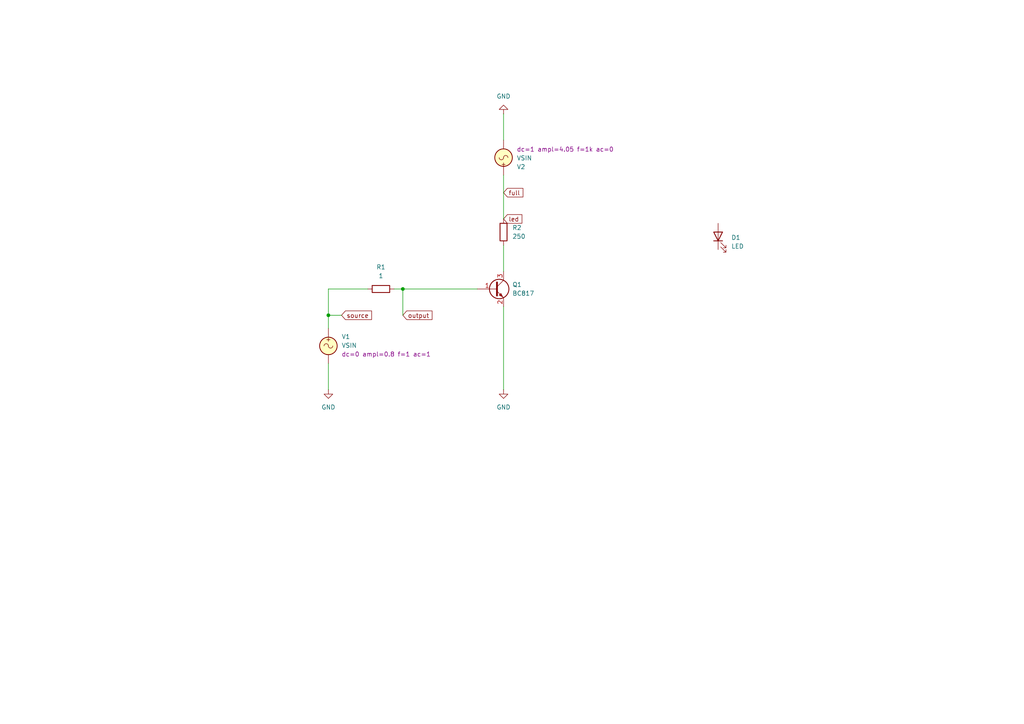
<source format=kicad_sch>
(kicad_sch (version 20231120) (generator "eeschema") (generator_version "8.0")
  (paper "A4")
  (lib_symbols
    (symbol "Device:LED" (pin_numbers hide) (pin_names (offset 1.016) hide)
      (property "Reference" "D" (at 0 2.54 0))
      (property "Value" "LED" (at 0 -2.54 0))
      (symbol "LED_0_1"
        (polyline (pts (xy -1.27 -1.27) (xy -1.27 1.27)) (stroke (width 0.254)))
        (polyline (pts (xy -1.27 0) (xy 1.27 0)))
        (polyline (pts (xy 1.27 -1.27) (xy 1.27 1.27) (xy -1.27 0) (xy 1.27 -1.27)) (stroke (width 0.254)))
        (polyline (pts (xy -3.048 -0.762) (xy -4.572 -2.286) (xy -3.81 -2.286) (xy -4.572 -2.286) (xy -4.572 -1.524)))
        (polyline (pts (xy -1.778 -0.762) (xy -3.302 -2.286) (xy -2.54 -2.286) (xy -3.302 -2.286) (xy -3.302 -1.524)))
      )
      (symbol "LED_1_1"
        (pin passive line (at -3.81 0 0) (length 2.54) (name "K") (number "1"))
        (pin passive line (at 3.81 0 180) (length 2.54) (name "A") (number "2"))
      )
    )
    (symbol "Device:R" (pin_numbers hide) (pin_names (offset 0))
      (property "Reference" "R" (at 2.032 0 90))
      (property "Value" "R" (at 0 0 90))
      (symbol "R_0_1"
        (rectangle (start -1.016 -2.54) (end 1.016 2.54) (stroke (width 0.254)))
      )
      (symbol "R_1_1"
        (pin passive line (at 0 3.81 270) (length 1.27) (name "~") (number "1"))
        (pin passive line (at 0 -3.81 90) (length 1.27) (name "~") (number "2"))
      )
    )
    (symbol "Simulation_SPICE:VSIN" (pin_numbers hide) (pin_names (offset 0.0254))
      (property "Reference" "V" (at 2.54 2.54 0))
      (property "Value" "VSIN" (at 2.54 0 0))
      (property "Sim.Params" "dc=0 ampl=1 f=1k ac=1" (at 2.54 -2.54 0))
      (symbol "VSIN_0_0"
        (arc (start 0 0) (mid -0.635 0.6323) (end -1.27 0))
        (arc (start 0 0) (mid 0.635 -0.6323) (end 1.27 0))
        (text "+" (at 0 1.905 0) (effects (font (size 1.27 1.27))))
      )
      (symbol "VSIN_0_1"
        (circle (center 0 0) (radius 2.54) (stroke (width 0.254)) (fill (type background)))
      )
      (symbol "VSIN_1_1"
        (pin passive line (at 0 5.08 270) (length 2.54) (name "~") (number "1"))
        (pin passive line (at 0 -5.08 90) (length 2.54) (name "~") (number "2"))
      )
    )
    (symbol "Transistor_BJT:BC817" (pin_names (offset 0) hide)
      (property "Reference" "Q" (at 5.08 1.905 0))
      (property "Value" "BC817" (at 5.08 0 0))
      (symbol "BC817_0_1"
        (polyline (pts (xy 0.635 0.635) (xy 2.54 2.54)))
        (polyline (pts (xy 0.635 -0.635) (xy 2.54 -2.54) (xy 2.54 -2.54)))
        (polyline (pts (xy 0.635 1.905) (xy 0.635 -1.905) (xy 0.635 -1.905)) (stroke (width 0.508)))
        (polyline (pts (xy 1.27 -1.778) (xy 1.778 -1.27) (xy 2.286 -2.286) (xy 1.27 -1.778) (xy 1.27 -1.778)) (fill (type outline)))
        (circle (center 1.27 0) (radius 2.8194) (stroke (width 0.254)))
      )
      (symbol "BC817_1_1"
        (pin input line (at -5.08 0 0) (length 5.715) (name "B") (number "1"))
        (pin passive line (at 2.54 -5.08 90) (length 2.54) (name "E") (number "2"))
        (pin passive line (at 2.54 5.08 270) (length 2.54) (name "C") (number "3"))
      )
    )
    (symbol "power:GND" (power) (pin_numbers hide) (pin_names (offset 0) hide)
      (property "Value" "GND" (at 0 -3.81 0))
      (symbol "GND_0_1"
        (polyline (pts (xy 0 0) (xy 0 -1.27) (xy 1.27 -1.27) (xy 0 -2.54) (xy -1.27 -1.27) (xy 0 -1.27)))
      )
      (symbol "GND_1_1"
        (pin power_in line (at 0 0 270) (length 0) (name "~") (number "1"))
      )
    )
  )
  (junction (at 95.25 91.44))
  (junction (at 116.84 83.82))
  (wire (pts (xy 99.06 91.44) (xy 95.25 91.44)))
  (wire (pts (xy 116.84 83.82) (xy 116.84 91.44)))
  (wire (pts (xy 146.05 33.02) (xy 146.05 40.64)))
  (wire (pts (xy 95.25 83.82) (xy 95.25 91.44)))
  (wire (pts (xy 95.25 105.41) (xy 95.25 113.03)))
  (wire (pts (xy 138.43 83.82) (xy 116.84 83.82)))
  (wire (pts (xy 146.05 50.8) (xy 146.05 63.5)))
  (wire (pts (xy 95.25 91.44) (xy 95.25 95.25)))
  (wire (pts (xy 114.3 83.82) (xy 116.84 83.82)))
  (wire (pts (xy 146.05 71.12) (xy 146.05 78.74)))
  (wire (pts (xy 146.05 88.9) (xy 146.05 113.03)))
  (wire (pts (xy 106.68 83.82) (xy 95.25 83.82)))
  (global_label "output" (shape input) (at 116.84 91.44 0) (property "Intersheetrefs" "${INTERSHEET_REFS}" (effects (hide yes))))
  (global_label "source" (shape input) (at 99.06 91.44 0) (property "Intersheetrefs" "${INTERSHEET_REFS}" (effects (hide yes))))
  (global_label "full" (shape input) (at 146.05 55.88 0) (property "Intersheetrefs" "${INTERSHEET_REFS}" (effects (hide yes))))
  (global_label "led" (shape input) (at 146.05 63.5 0) (property "Intersheetrefs" "${INTERSHEET_REFS}" (effects (hide yes))))
  (symbol (lib_id "Device:R") (at 110.49 83.82 270) (unit 1)
    (property "Reference" "R1" (at 110.49 77.47 90))
    (property "Value" "1" (at 110.49 80.01 90))
    (property "Description" "Resistor" (effects (hide yes)))
  )
  (symbol (lib_id "Device:LED") (at 208.28 68.58 90) (unit 1)
    (property "Reference" "D1" (at 212.09 68.8974 90) (effects (justify right)))
    (property "Value" "LED" (at 212.09 71.4374 90) (effects (justify right)))
    (property "Description" "Light emitting diode" (effects (hide yes)))
    (property "Sim.Library" "SLX-LX5093UWC.kicad_mod" (effects (hide yes)))
    (property "Sim.Name" "SLX-LX5093UWC" (effects (hide yes)))
    (property "Sim.Device" "D" (effects (hide yes)))
    (property "Sim.Pins" "1=A 2=K" (effects (hide yes)))
  )
  (symbol (lib_id "Device:R") (at 146.05 67.31 0) (unit 1)
    (property "Reference" "R2" (at 148.59 66.0399 0) (effects (justify left)))
    (property "Value" "250" (at 148.59 68.5799 0) (effects (justify left)))
    (property "Description" "Resistor" (effects (hide yes)))
  )
  (symbol (lib_id "power:GND") (at 95.25 113.03 0) (unit 1)
    (property "Reference" "#PWR01" (effects (hide yes)))
    (property "Value" "GND" (at 95.25 118.11 0))
    (property "Description" "Power symbol creates a global label with name \"GND\" , ground" (effects (hide yes)))
  )
  (symbol (lib_id "power:GND") (at 146.05 113.03 0) (unit 1)
    (property "Reference" "#PWR04" (effects (hide yes)))
    (property "Value" "GND" (at 146.05 118.11 0))
    (property "Description" "Power symbol creates a global label with name \"GND\" , ground" (effects (hide yes)))
  )
  (symbol (lib_id "Simulation_SPICE:VSIN") (at 146.05 45.72 0) (mirror x) (unit 1)
    (property "Reference" "V2" (at 149.86 48.3899 0) (effects (justify left)))
    (property "Value" "VSIN" (at 149.86 45.8499 0) (effects (justify left)))
    (property "Datasheet" "https://ngspice.sourceforge.io/docs/ngspice-html-manual/manual.xhtml#sec_Independent_Sources_for" (effects (hide yes)))
    (property "Description" "Voltage source, sinusoidal" (effects (hide yes)))
    (property "Sim.Pins" "1=+ 2=-" (effects (hide yes)))
    (property "Sim.Params" "dc=1 ampl=4.05 f=1k ac=0" (at 149.86 43.3099 0) (effects (justify left)))
    (property "Sim.Type" "SIN" (effects (hide yes)))
    (property "Sim.Device" "V" (effects (hide yes)))
  )
  (symbol (lib_id "Simulation_SPICE:VSIN") (at 95.25 100.33 0) (unit 1)
    (property "Reference" "V1" (at 99.06 97.6601 0) (effects (justify left)))
    (property "Value" "VSIN" (at 99.06 100.2001 0) (effects (justify left)))
    (property "Datasheet" "https://ngspice.sourceforge.io/docs/ngspice-html-manual/manual.xhtml#sec_Independent_Sources_for" (effects (hide yes)))
    (property "Description" "Voltage source, sinusoidal" (effects (hide yes)))
    (property "Sim.Pins" "1=+ 2=-" (effects (hide yes)))
    (property "Sim.Params" "dc=0 ampl=0.8 f=1 ac=1" (at 99.06 102.7401 0) (effects (justify left)))
    (property "Sim.Type" "SIN" (effects (hide yes)))
    (property "Sim.Device" "V" (effects (hide yes)))
  )
  (symbol (lib_id "Transistor_BJT:BC817") (at 143.51 83.82 0) (unit 1)
    (property "Reference" "Q1" (at 148.59 82.5499 0) (effects (justify left)))
    (property "Value" "BC817" (at 148.59 85.0899 0) (effects (justify left)))
    (property "Footprint" "Package_TO_SOT_SMD:SOT-23" (effects (hide yes)))
    (property "Datasheet" "https://www.onsemi.com/pub/Collateral/BC818-D.pdf" (effects (hide yes)))
    (property "Description" "0.8A Ic, 45V Vce, NPN Transistor, SOT-23" (effects (hide yes)))
    (property "Sim.Library" "BC817-25.kicad_mod" (effects (hide yes)))
    (property "Sim.Name" "BC817_25" (effects (hide yes)))
    (property "Sim.Device" "SUBCKT" (effects (hide yes)))
    (property "Sim.Pins" "1=1 2=2 3=3" (effects (hide yes)))
  )
  (symbol (lib_id "power:GND") (at 146.05 33.02 0) (mirror x) (unit 1)
    (property "Reference" "#PWR03" (effects (hide yes)))
    (property "Value" "GND" (at 146.05 27.94 0))
    (property "Description" "Power symbol creates a global label with name \"GND\" , ground" (effects (hide yes)))
  )
)
</source>
